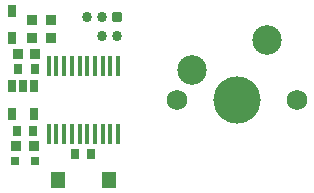
<source format=gts>
%TF.GenerationSoftware,KiCad,Pcbnew,9.0.4*%
%TF.CreationDate,2025-10-01T23:04:30+01:00*%
%TF.ProjectId,vm_keycap_button,766d5f6b-6579-4636-9170-5f627574746f,0.4*%
%TF.SameCoordinates,PX5742de0PY47868c0*%
%TF.FileFunction,Soldermask,Top*%
%TF.FilePolarity,Negative*%
%FSLAX45Y45*%
G04 Gerber Fmt 4.5, Leading zero omitted, Abs format (unit mm)*
G04 Created by KiCad (PCBNEW 9.0.4) date 2025-10-01 23:04:30*
%MOMM*%
%LPD*%
G01*
G04 APERTURE LIST*
G04 Aperture macros list*
%AMRoundRect*
0 Rectangle with rounded corners*
0 $1 Rounding radius*
0 $2 $3 $4 $5 $6 $7 $8 $9 X,Y pos of 4 corners*
0 Add a 4 corners polygon primitive as box body*
4,1,4,$2,$3,$4,$5,$6,$7,$8,$9,$2,$3,0*
0 Add four circle primitives for the rounded corners*
1,1,$1+$1,$2,$3*
1,1,$1+$1,$4,$5*
1,1,$1+$1,$6,$7*
1,1,$1+$1,$8,$9*
0 Add four rect primitives between the rounded corners*
20,1,$1+$1,$2,$3,$4,$5,0*
20,1,$1+$1,$4,$5,$6,$7,0*
20,1,$1+$1,$6,$7,$8,$9,0*
20,1,$1+$1,$8,$9,$2,$3,0*%
G04 Aperture macros list end*
%ADD10RoundRect,0.172720X-0.259080X-0.259080X0.259080X-0.259080X0.259080X0.259080X-0.259080X0.259080X0*%
%ADD11C,0.863600*%
%ADD12R,0.860000X0.810000*%
%ADD13C,1.750000*%
%ADD14C,4.000000*%
%ADD15C,2.500000*%
%ADD16R,0.700000X1.000000*%
%ADD17R,0.800000X0.800000*%
%ADD18R,0.800000X0.900000*%
%ADD19O,0.360000X1.740000*%
%ADD20R,1.230000X1.360000*%
%ADD21R,0.810000X0.860000*%
%ADD22R,0.750000X1.000000*%
G04 APERTURE END LIST*
D10*
%TO.C,J1*%
X-362500Y700000D03*
D11*
X-362500Y542520D03*
X-489500Y700000D03*
X-489500Y542520D03*
X-616500Y700000D03*
%TD*%
D12*
%TO.C,R7*%
X-920000Y525000D03*
X-920000Y675000D03*
%TD*%
D13*
%TO.C,SW2*%
X142000Y0D03*
D14*
X650000Y0D03*
D13*
X1158000Y0D03*
D15*
X269000Y254000D03*
X904000Y508000D03*
%TD*%
D16*
%TO.C,U2*%
X-1065000Y120000D03*
X-1160000Y120000D03*
X-1255000Y120000D03*
X-1255000Y-120000D03*
X-1065000Y-120000D03*
%TD*%
D17*
%TO.C,D1*%
X-1055000Y-520000D03*
X-1225000Y-520000D03*
%TD*%
D12*
%TO.C,R6*%
X-1080000Y525000D03*
X-1080000Y675000D03*
%TD*%
D18*
%TO.C,C3*%
X-1070000Y-260000D03*
X-1210000Y-260000D03*
%TD*%
D19*
%TO.C,U1*%
X-941000Y-287000D03*
X-876000Y-287000D03*
X-811000Y-287000D03*
X-746000Y-287000D03*
X-680000Y-287000D03*
X-615000Y-287000D03*
X-550000Y-287000D03*
X-485000Y-287000D03*
X-420000Y-287000D03*
X-355000Y-287000D03*
X-355000Y287000D03*
X-420000Y287000D03*
X-485000Y287000D03*
X-550000Y287000D03*
X-615000Y287000D03*
X-680000Y287000D03*
X-746000Y287000D03*
X-811000Y287000D03*
X-876000Y287000D03*
X-941000Y287000D03*
%TD*%
D20*
%TO.C,SW1*%
X-430000Y-680000D03*
X-866000Y-680000D03*
%TD*%
D21*
%TO.C,R5*%
X-1055000Y390000D03*
X-1205000Y390000D03*
%TD*%
D18*
%TO.C,C1*%
X-720000Y-460000D03*
X-580000Y-460000D03*
%TD*%
%TO.C,C2*%
X-1060000Y260000D03*
X-1200000Y260000D03*
%TD*%
D21*
%TO.C,R1*%
X-1065000Y-390000D03*
X-1215000Y-390000D03*
%TD*%
D22*
%TO.C,D2*%
X-1250000Y757000D03*
X-1250000Y523000D03*
%TD*%
M02*

</source>
